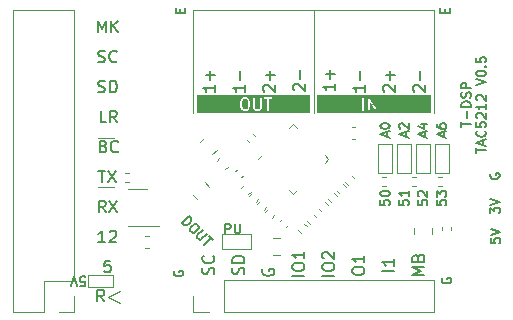
<source format=gbr>
%TF.GenerationSoftware,KiCad,Pcbnew,8.0.7*%
%TF.CreationDate,2024-12-23T21:08:15-05:00*%
%TF.ProjectId,tac5212_audio_board_single_ended,74616335-3231-4325-9f61-7564696f5f62,rev?*%
%TF.SameCoordinates,Original*%
%TF.FileFunction,Legend,Top*%
%TF.FilePolarity,Positive*%
%FSLAX46Y46*%
G04 Gerber Fmt 4.6, Leading zero omitted, Abs format (unit mm)*
G04 Created by KiCad (PCBNEW 8.0.7) date 2024-12-23 21:08:15*
%MOMM*%
%LPD*%
G01*
G04 APERTURE LIST*
%ADD10C,0.200000*%
%ADD11C,0.150000*%
%ADD12C,0.120000*%
%ADD13C,0.100000*%
G04 APERTURE END LIST*
D10*
X123427695Y-108304761D02*
X123427695Y-107847618D01*
X124227695Y-108076190D02*
X123427695Y-108076190D01*
X123922933Y-107580951D02*
X123922933Y-106971428D01*
X124227695Y-106590475D02*
X123427695Y-106590475D01*
X123427695Y-106590475D02*
X123427695Y-106399999D01*
X123427695Y-106399999D02*
X123465790Y-106285713D01*
X123465790Y-106285713D02*
X123541980Y-106209523D01*
X123541980Y-106209523D02*
X123618171Y-106171428D01*
X123618171Y-106171428D02*
X123770552Y-106133332D01*
X123770552Y-106133332D02*
X123884838Y-106133332D01*
X123884838Y-106133332D02*
X124037219Y-106171428D01*
X124037219Y-106171428D02*
X124113409Y-106209523D01*
X124113409Y-106209523D02*
X124189600Y-106285713D01*
X124189600Y-106285713D02*
X124227695Y-106399999D01*
X124227695Y-106399999D02*
X124227695Y-106590475D01*
X124189600Y-105828571D02*
X124227695Y-105714285D01*
X124227695Y-105714285D02*
X124227695Y-105523809D01*
X124227695Y-105523809D02*
X124189600Y-105447618D01*
X124189600Y-105447618D02*
X124151504Y-105409523D01*
X124151504Y-105409523D02*
X124075314Y-105371428D01*
X124075314Y-105371428D02*
X123999123Y-105371428D01*
X123999123Y-105371428D02*
X123922933Y-105409523D01*
X123922933Y-105409523D02*
X123884838Y-105447618D01*
X123884838Y-105447618D02*
X123846742Y-105523809D01*
X123846742Y-105523809D02*
X123808647Y-105676190D01*
X123808647Y-105676190D02*
X123770552Y-105752380D01*
X123770552Y-105752380D02*
X123732457Y-105790475D01*
X123732457Y-105790475D02*
X123656266Y-105828571D01*
X123656266Y-105828571D02*
X123580076Y-105828571D01*
X123580076Y-105828571D02*
X123503885Y-105790475D01*
X123503885Y-105790475D02*
X123465790Y-105752380D01*
X123465790Y-105752380D02*
X123427695Y-105676190D01*
X123427695Y-105676190D02*
X123427695Y-105485713D01*
X123427695Y-105485713D02*
X123465790Y-105371428D01*
X124227695Y-105028570D02*
X123427695Y-105028570D01*
X123427695Y-105028570D02*
X123427695Y-104723808D01*
X123427695Y-104723808D02*
X123465790Y-104647618D01*
X123465790Y-104647618D02*
X123503885Y-104609523D01*
X123503885Y-104609523D02*
X123580076Y-104571427D01*
X123580076Y-104571427D02*
X123694361Y-104571427D01*
X123694361Y-104571427D02*
X123770552Y-104609523D01*
X123770552Y-104609523D02*
X123808647Y-104647618D01*
X123808647Y-104647618D02*
X123846742Y-104723808D01*
X123846742Y-104723808D02*
X123846742Y-105028570D01*
X124715650Y-110495238D02*
X124715650Y-110038095D01*
X125515650Y-110266667D02*
X124715650Y-110266667D01*
X125287078Y-109809524D02*
X125287078Y-109428571D01*
X125515650Y-109885714D02*
X124715650Y-109619047D01*
X124715650Y-109619047D02*
X125515650Y-109352381D01*
X125439459Y-108628571D02*
X125477555Y-108666667D01*
X125477555Y-108666667D02*
X125515650Y-108780952D01*
X125515650Y-108780952D02*
X125515650Y-108857143D01*
X125515650Y-108857143D02*
X125477555Y-108971429D01*
X125477555Y-108971429D02*
X125401364Y-109047619D01*
X125401364Y-109047619D02*
X125325174Y-109085714D01*
X125325174Y-109085714D02*
X125172793Y-109123810D01*
X125172793Y-109123810D02*
X125058507Y-109123810D01*
X125058507Y-109123810D02*
X124906126Y-109085714D01*
X124906126Y-109085714D02*
X124829935Y-109047619D01*
X124829935Y-109047619D02*
X124753745Y-108971429D01*
X124753745Y-108971429D02*
X124715650Y-108857143D01*
X124715650Y-108857143D02*
X124715650Y-108780952D01*
X124715650Y-108780952D02*
X124753745Y-108666667D01*
X124753745Y-108666667D02*
X124791840Y-108628571D01*
X124715650Y-107904762D02*
X124715650Y-108285714D01*
X124715650Y-108285714D02*
X125096602Y-108323810D01*
X125096602Y-108323810D02*
X125058507Y-108285714D01*
X125058507Y-108285714D02*
X125020412Y-108209524D01*
X125020412Y-108209524D02*
X125020412Y-108019048D01*
X125020412Y-108019048D02*
X125058507Y-107942857D01*
X125058507Y-107942857D02*
X125096602Y-107904762D01*
X125096602Y-107904762D02*
X125172793Y-107866667D01*
X125172793Y-107866667D02*
X125363269Y-107866667D01*
X125363269Y-107866667D02*
X125439459Y-107904762D01*
X125439459Y-107904762D02*
X125477555Y-107942857D01*
X125477555Y-107942857D02*
X125515650Y-108019048D01*
X125515650Y-108019048D02*
X125515650Y-108209524D01*
X125515650Y-108209524D02*
X125477555Y-108285714D01*
X125477555Y-108285714D02*
X125439459Y-108323810D01*
X124791840Y-107561905D02*
X124753745Y-107523809D01*
X124753745Y-107523809D02*
X124715650Y-107447619D01*
X124715650Y-107447619D02*
X124715650Y-107257143D01*
X124715650Y-107257143D02*
X124753745Y-107180952D01*
X124753745Y-107180952D02*
X124791840Y-107142857D01*
X124791840Y-107142857D02*
X124868031Y-107104762D01*
X124868031Y-107104762D02*
X124944221Y-107104762D01*
X124944221Y-107104762D02*
X125058507Y-107142857D01*
X125058507Y-107142857D02*
X125515650Y-107600000D01*
X125515650Y-107600000D02*
X125515650Y-107104762D01*
X125515650Y-106342857D02*
X125515650Y-106800000D01*
X125515650Y-106571428D02*
X124715650Y-106571428D01*
X124715650Y-106571428D02*
X124829935Y-106647619D01*
X124829935Y-106647619D02*
X124906126Y-106723809D01*
X124906126Y-106723809D02*
X124944221Y-106800000D01*
X124791840Y-106038095D02*
X124753745Y-105999999D01*
X124753745Y-105999999D02*
X124715650Y-105923809D01*
X124715650Y-105923809D02*
X124715650Y-105733333D01*
X124715650Y-105733333D02*
X124753745Y-105657142D01*
X124753745Y-105657142D02*
X124791840Y-105619047D01*
X124791840Y-105619047D02*
X124868031Y-105580952D01*
X124868031Y-105580952D02*
X124944221Y-105580952D01*
X124944221Y-105580952D02*
X125058507Y-105619047D01*
X125058507Y-105619047D02*
X125515650Y-106076190D01*
X125515650Y-106076190D02*
X125515650Y-105580952D01*
X124715650Y-104742856D02*
X125515650Y-104476189D01*
X125515650Y-104476189D02*
X124715650Y-104209523D01*
X124715650Y-103790475D02*
X124715650Y-103714285D01*
X124715650Y-103714285D02*
X124753745Y-103638094D01*
X124753745Y-103638094D02*
X124791840Y-103599999D01*
X124791840Y-103599999D02*
X124868031Y-103561904D01*
X124868031Y-103561904D02*
X125020412Y-103523809D01*
X125020412Y-103523809D02*
X125210888Y-103523809D01*
X125210888Y-103523809D02*
X125363269Y-103561904D01*
X125363269Y-103561904D02*
X125439459Y-103599999D01*
X125439459Y-103599999D02*
X125477555Y-103638094D01*
X125477555Y-103638094D02*
X125515650Y-103714285D01*
X125515650Y-103714285D02*
X125515650Y-103790475D01*
X125515650Y-103790475D02*
X125477555Y-103866666D01*
X125477555Y-103866666D02*
X125439459Y-103904761D01*
X125439459Y-103904761D02*
X125363269Y-103942856D01*
X125363269Y-103942856D02*
X125210888Y-103980952D01*
X125210888Y-103980952D02*
X125020412Y-103980952D01*
X125020412Y-103980952D02*
X124868031Y-103942856D01*
X124868031Y-103942856D02*
X124791840Y-103904761D01*
X124791840Y-103904761D02*
X124753745Y-103866666D01*
X124753745Y-103866666D02*
X124715650Y-103790475D01*
X125439459Y-103180951D02*
X125477555Y-103142856D01*
X125477555Y-103142856D02*
X125515650Y-103180951D01*
X125515650Y-103180951D02*
X125477555Y-103219047D01*
X125477555Y-103219047D02*
X125439459Y-103180951D01*
X125439459Y-103180951D02*
X125515650Y-103180951D01*
X124715650Y-102419047D02*
X124715650Y-102799999D01*
X124715650Y-102799999D02*
X125096602Y-102838095D01*
X125096602Y-102838095D02*
X125058507Y-102799999D01*
X125058507Y-102799999D02*
X125020412Y-102723809D01*
X125020412Y-102723809D02*
X125020412Y-102533333D01*
X125020412Y-102533333D02*
X125058507Y-102457142D01*
X125058507Y-102457142D02*
X125096602Y-102419047D01*
X125096602Y-102419047D02*
X125172793Y-102380952D01*
X125172793Y-102380952D02*
X125363269Y-102380952D01*
X125363269Y-102380952D02*
X125439459Y-102419047D01*
X125439459Y-102419047D02*
X125477555Y-102457142D01*
X125477555Y-102457142D02*
X125515650Y-102533333D01*
X125515650Y-102533333D02*
X125515650Y-102723809D01*
X125515650Y-102723809D02*
X125477555Y-102799999D01*
X125477555Y-102799999D02*
X125439459Y-102838095D01*
D11*
X114207319Y-120571428D02*
X114207319Y-120380952D01*
X114207319Y-120380952D02*
X114254938Y-120285714D01*
X114254938Y-120285714D02*
X114350176Y-120190476D01*
X114350176Y-120190476D02*
X114540652Y-120142857D01*
X114540652Y-120142857D02*
X114873985Y-120142857D01*
X114873985Y-120142857D02*
X115064461Y-120190476D01*
X115064461Y-120190476D02*
X115159700Y-120285714D01*
X115159700Y-120285714D02*
X115207319Y-120380952D01*
X115207319Y-120380952D02*
X115207319Y-120571428D01*
X115207319Y-120571428D02*
X115159700Y-120666666D01*
X115159700Y-120666666D02*
X115064461Y-120761904D01*
X115064461Y-120761904D02*
X114873985Y-120809523D01*
X114873985Y-120809523D02*
X114540652Y-120809523D01*
X114540652Y-120809523D02*
X114350176Y-120761904D01*
X114350176Y-120761904D02*
X114254938Y-120666666D01*
X114254938Y-120666666D02*
X114207319Y-120571428D01*
X115207319Y-119190476D02*
X115207319Y-119761904D01*
X115207319Y-119476190D02*
X114207319Y-119476190D01*
X114207319Y-119476190D02*
X114350176Y-119571428D01*
X114350176Y-119571428D02*
X114445414Y-119666666D01*
X114445414Y-119666666D02*
X114493033Y-119761904D01*
X119442557Y-105304761D02*
X119394938Y-105257142D01*
X119394938Y-105257142D02*
X119347319Y-105161904D01*
X119347319Y-105161904D02*
X119347319Y-104923809D01*
X119347319Y-104923809D02*
X119394938Y-104828571D01*
X119394938Y-104828571D02*
X119442557Y-104780952D01*
X119442557Y-104780952D02*
X119537795Y-104733333D01*
X119537795Y-104733333D02*
X119633033Y-104733333D01*
X119633033Y-104733333D02*
X119775890Y-104780952D01*
X119775890Y-104780952D02*
X120347319Y-105352380D01*
X120347319Y-105352380D02*
X120347319Y-104733333D01*
X119966366Y-104304761D02*
X119966366Y-103542857D01*
X109282557Y-105209761D02*
X109234938Y-105162142D01*
X109234938Y-105162142D02*
X109187319Y-105066904D01*
X109187319Y-105066904D02*
X109187319Y-104828809D01*
X109187319Y-104828809D02*
X109234938Y-104733571D01*
X109234938Y-104733571D02*
X109282557Y-104685952D01*
X109282557Y-104685952D02*
X109377795Y-104638333D01*
X109377795Y-104638333D02*
X109473033Y-104638333D01*
X109473033Y-104638333D02*
X109615890Y-104685952D01*
X109615890Y-104685952D02*
X110187319Y-105257380D01*
X110187319Y-105257380D02*
X110187319Y-104638333D01*
X109806366Y-104209761D02*
X109806366Y-103447857D01*
X102459700Y-120785713D02*
X102507319Y-120642856D01*
X102507319Y-120642856D02*
X102507319Y-120404761D01*
X102507319Y-120404761D02*
X102459700Y-120309523D01*
X102459700Y-120309523D02*
X102412080Y-120261904D01*
X102412080Y-120261904D02*
X102316842Y-120214285D01*
X102316842Y-120214285D02*
X102221604Y-120214285D01*
X102221604Y-120214285D02*
X102126366Y-120261904D01*
X102126366Y-120261904D02*
X102078747Y-120309523D01*
X102078747Y-120309523D02*
X102031128Y-120404761D01*
X102031128Y-120404761D02*
X101983509Y-120595237D01*
X101983509Y-120595237D02*
X101935890Y-120690475D01*
X101935890Y-120690475D02*
X101888271Y-120738094D01*
X101888271Y-120738094D02*
X101793033Y-120785713D01*
X101793033Y-120785713D02*
X101697795Y-120785713D01*
X101697795Y-120785713D02*
X101602557Y-120738094D01*
X101602557Y-120738094D02*
X101554938Y-120690475D01*
X101554938Y-120690475D02*
X101507319Y-120595237D01*
X101507319Y-120595237D02*
X101507319Y-120357142D01*
X101507319Y-120357142D02*
X101554938Y-120214285D01*
X102412080Y-119214285D02*
X102459700Y-119261904D01*
X102459700Y-119261904D02*
X102507319Y-119404761D01*
X102507319Y-119404761D02*
X102507319Y-119499999D01*
X102507319Y-119499999D02*
X102459700Y-119642856D01*
X102459700Y-119642856D02*
X102364461Y-119738094D01*
X102364461Y-119738094D02*
X102269223Y-119785713D01*
X102269223Y-119785713D02*
X102078747Y-119833332D01*
X102078747Y-119833332D02*
X101935890Y-119833332D01*
X101935890Y-119833332D02*
X101745414Y-119785713D01*
X101745414Y-119785713D02*
X101650176Y-119738094D01*
X101650176Y-119738094D02*
X101554938Y-119642856D01*
X101554938Y-119642856D02*
X101507319Y-119499999D01*
X101507319Y-119499999D02*
X101507319Y-119404761D01*
X101507319Y-119404761D02*
X101554938Y-119261904D01*
X101554938Y-119261904D02*
X101602557Y-119214285D01*
X93192023Y-123059819D02*
X92858690Y-122583628D01*
X92620595Y-123059819D02*
X92620595Y-122059819D01*
X92620595Y-122059819D02*
X93001547Y-122059819D01*
X93001547Y-122059819D02*
X93096785Y-122107438D01*
X93096785Y-122107438D02*
X93144404Y-122155057D01*
X93144404Y-122155057D02*
X93192023Y-122250295D01*
X93192023Y-122250295D02*
X93192023Y-122393152D01*
X93192023Y-122393152D02*
X93144404Y-122488390D01*
X93144404Y-122488390D02*
X93096785Y-122536009D01*
X93096785Y-122536009D02*
X93001547Y-122583628D01*
X93001547Y-122583628D02*
X92620595Y-122583628D01*
X105107319Y-104733333D02*
X105107319Y-105304761D01*
X105107319Y-105019047D02*
X104107319Y-105019047D01*
X104107319Y-105019047D02*
X104250176Y-105114285D01*
X104250176Y-105114285D02*
X104345414Y-105209523D01*
X104345414Y-105209523D02*
X104393033Y-105304761D01*
X104726366Y-104304761D02*
X104726366Y-103542857D01*
X125884795Y-115614523D02*
X125884795Y-115119285D01*
X125884795Y-115119285D02*
X126189557Y-115385951D01*
X126189557Y-115385951D02*
X126189557Y-115271666D01*
X126189557Y-115271666D02*
X126227652Y-115195475D01*
X126227652Y-115195475D02*
X126265747Y-115157380D01*
X126265747Y-115157380D02*
X126341938Y-115119285D01*
X126341938Y-115119285D02*
X126532414Y-115119285D01*
X126532414Y-115119285D02*
X126608604Y-115157380D01*
X126608604Y-115157380D02*
X126646700Y-115195475D01*
X126646700Y-115195475D02*
X126684795Y-115271666D01*
X126684795Y-115271666D02*
X126684795Y-115500237D01*
X126684795Y-115500237D02*
X126646700Y-115576428D01*
X126646700Y-115576428D02*
X126608604Y-115614523D01*
X125884795Y-114890713D02*
X126684795Y-114624046D01*
X126684795Y-114624046D02*
X125884795Y-114357380D01*
X115267319Y-104733333D02*
X115267319Y-105304761D01*
X115267319Y-105019047D02*
X114267319Y-105019047D01*
X114267319Y-105019047D02*
X114410176Y-105114285D01*
X114410176Y-105114285D02*
X114505414Y-105209523D01*
X114505414Y-105209523D02*
X114553033Y-105304761D01*
X114886366Y-104304761D02*
X114886366Y-103542857D01*
X125907890Y-112270476D02*
X125869795Y-112346666D01*
X125869795Y-112346666D02*
X125869795Y-112460952D01*
X125869795Y-112460952D02*
X125907890Y-112575238D01*
X125907890Y-112575238D02*
X125984080Y-112651428D01*
X125984080Y-112651428D02*
X126060271Y-112689523D01*
X126060271Y-112689523D02*
X126212652Y-112727619D01*
X126212652Y-112727619D02*
X126326938Y-112727619D01*
X126326938Y-112727619D02*
X126479319Y-112689523D01*
X126479319Y-112689523D02*
X126555509Y-112651428D01*
X126555509Y-112651428D02*
X126631700Y-112575238D01*
X126631700Y-112575238D02*
X126669795Y-112460952D01*
X126669795Y-112460952D02*
X126669795Y-112384761D01*
X126669795Y-112384761D02*
X126631700Y-112270476D01*
X126631700Y-112270476D02*
X126593604Y-112232380D01*
X126593604Y-112232380D02*
X126326938Y-112232380D01*
X126326938Y-112232380D02*
X126326938Y-112384761D01*
G36*
X105273787Y-105969077D02*
G01*
X105345729Y-106041019D01*
X105386071Y-106202386D01*
X105386071Y-106517251D01*
X105345729Y-106678617D01*
X105273786Y-106750561D01*
X105205271Y-106784819D01*
X105050205Y-106784819D01*
X104981689Y-106750561D01*
X104909746Y-106678617D01*
X104869405Y-106517251D01*
X104869405Y-106202386D01*
X104909746Y-106041019D01*
X104981689Y-105969077D01*
X105050205Y-105934819D01*
X105205271Y-105934819D01*
X105273787Y-105969077D01*
G37*
G36*
X107550503Y-107045930D02*
G01*
X104608294Y-107045930D01*
X104608294Y-106193152D01*
X104719405Y-106193152D01*
X104719405Y-106526485D01*
X104719656Y-106529038D01*
X104719494Y-106530131D01*
X104720303Y-106535604D01*
X104720846Y-106541117D01*
X104721268Y-106542138D01*
X104721644Y-106544675D01*
X104769263Y-106735151D01*
X104774210Y-106748997D01*
X104777529Y-106753476D01*
X104779663Y-106758628D01*
X104788991Y-106769994D01*
X104884229Y-106865233D01*
X104889979Y-106869953D01*
X104891278Y-106871450D01*
X104893532Y-106872869D01*
X104895594Y-106874561D01*
X104897426Y-106875319D01*
X104903721Y-106879282D01*
X104998959Y-106926901D01*
X105012690Y-106932156D01*
X105015379Y-106932347D01*
X105017868Y-106933378D01*
X105032500Y-106934819D01*
X105222976Y-106934819D01*
X105237608Y-106933378D01*
X105240097Y-106932346D01*
X105242785Y-106932156D01*
X105256517Y-106926901D01*
X105351755Y-106879282D01*
X105358054Y-106875317D01*
X105359882Y-106874560D01*
X105361938Y-106872871D01*
X105364198Y-106871450D01*
X105365497Y-106869951D01*
X105371247Y-106865233D01*
X105466486Y-106769993D01*
X105475813Y-106758628D01*
X105477946Y-106753476D01*
X105481266Y-106748997D01*
X105486213Y-106735151D01*
X105533832Y-106544675D01*
X105534207Y-106542138D01*
X105534630Y-106541117D01*
X105535172Y-106535604D01*
X105535982Y-106530131D01*
X105535819Y-106529038D01*
X105536071Y-106526485D01*
X105536071Y-106193152D01*
X105535819Y-106190598D01*
X105535982Y-106189506D01*
X105535172Y-106184032D01*
X105534630Y-106178520D01*
X105534207Y-106177498D01*
X105533832Y-106174962D01*
X105486213Y-105984486D01*
X105481266Y-105970640D01*
X105477947Y-105966161D01*
X105475813Y-105961008D01*
X105466485Y-105949643D01*
X105376661Y-105859819D01*
X105814643Y-105859819D01*
X105814643Y-106669342D01*
X105816084Y-106683974D01*
X105817115Y-106686463D01*
X105817306Y-106689151D01*
X105822561Y-106702883D01*
X105870180Y-106798121D01*
X105874143Y-106804417D01*
X105874901Y-106806247D01*
X105876590Y-106808305D01*
X105878012Y-106810564D01*
X105879510Y-106811863D01*
X105884228Y-106817612D01*
X105931847Y-106865232D01*
X105937596Y-106869950D01*
X105938897Y-106871450D01*
X105941156Y-106872872D01*
X105943213Y-106874560D01*
X105945040Y-106875317D01*
X105951340Y-106879282D01*
X106046578Y-106926901D01*
X106060309Y-106932156D01*
X106062998Y-106932347D01*
X106065487Y-106933378D01*
X106080119Y-106934819D01*
X106270595Y-106934819D01*
X106285227Y-106933378D01*
X106287716Y-106932346D01*
X106290404Y-106932156D01*
X106304136Y-106926901D01*
X106399374Y-106879282D01*
X106405673Y-106875317D01*
X106407501Y-106874560D01*
X106409557Y-106872872D01*
X106411817Y-106871450D01*
X106413117Y-106869950D01*
X106418867Y-106865232D01*
X106466485Y-106817613D01*
X106471203Y-106811863D01*
X106472702Y-106810564D01*
X106474123Y-106808305D01*
X106475813Y-106806247D01*
X106476570Y-106804417D01*
X106480534Y-106798121D01*
X106528153Y-106702883D01*
X106533408Y-106689152D01*
X106533599Y-106686462D01*
X106534630Y-106683974D01*
X106536071Y-106669342D01*
X106536071Y-105859819D01*
X106534630Y-105845187D01*
X106720846Y-105845187D01*
X106720846Y-105874451D01*
X106732045Y-105901487D01*
X106752737Y-105922179D01*
X106779773Y-105933378D01*
X106794405Y-105934819D01*
X107005119Y-105934819D01*
X107005119Y-106859819D01*
X107006560Y-106874451D01*
X107017759Y-106901487D01*
X107038451Y-106922179D01*
X107065487Y-106933378D01*
X107094751Y-106933378D01*
X107121787Y-106922179D01*
X107142479Y-106901487D01*
X107153678Y-106874451D01*
X107155119Y-106859819D01*
X107155119Y-105934819D01*
X107365833Y-105934819D01*
X107380465Y-105933378D01*
X107407501Y-105922179D01*
X107428193Y-105901487D01*
X107439392Y-105874451D01*
X107439392Y-105845187D01*
X107428193Y-105818151D01*
X107407501Y-105797459D01*
X107380465Y-105786260D01*
X107365833Y-105784819D01*
X106794405Y-105784819D01*
X106779773Y-105786260D01*
X106752737Y-105797459D01*
X106732045Y-105818151D01*
X106720846Y-105845187D01*
X106534630Y-105845187D01*
X106523431Y-105818151D01*
X106502739Y-105797459D01*
X106475703Y-105786260D01*
X106446439Y-105786260D01*
X106419403Y-105797459D01*
X106398711Y-105818151D01*
X106387512Y-105845187D01*
X106386071Y-105859819D01*
X106386071Y-106651637D01*
X106351812Y-106720153D01*
X106321405Y-106750561D01*
X106252890Y-106784819D01*
X106097824Y-106784819D01*
X106029308Y-106750561D01*
X105998901Y-106720153D01*
X105964643Y-106651637D01*
X105964643Y-105859819D01*
X105963202Y-105845187D01*
X105952003Y-105818151D01*
X105931311Y-105797459D01*
X105904275Y-105786260D01*
X105875011Y-105786260D01*
X105847975Y-105797459D01*
X105827283Y-105818151D01*
X105816084Y-105845187D01*
X105814643Y-105859819D01*
X105376661Y-105859819D01*
X105371247Y-105854405D01*
X105365497Y-105849686D01*
X105364198Y-105848188D01*
X105361938Y-105846766D01*
X105359882Y-105845078D01*
X105358054Y-105844320D01*
X105351755Y-105840356D01*
X105256517Y-105792737D01*
X105242785Y-105787482D01*
X105240097Y-105787291D01*
X105237608Y-105786260D01*
X105222976Y-105784819D01*
X105032500Y-105784819D01*
X105017868Y-105786260D01*
X105015379Y-105787290D01*
X105012690Y-105787482D01*
X104998959Y-105792737D01*
X104903721Y-105840356D01*
X104897426Y-105844318D01*
X104895594Y-105845077D01*
X104893532Y-105846768D01*
X104891278Y-105848188D01*
X104889979Y-105849684D01*
X104884229Y-105854405D01*
X104788991Y-105949643D01*
X104779664Y-105961008D01*
X104777530Y-105966158D01*
X104774210Y-105970640D01*
X104769263Y-105984486D01*
X104721644Y-106174962D01*
X104721268Y-106177498D01*
X104720846Y-106178520D01*
X104720303Y-106184032D01*
X104719494Y-106189506D01*
X104719656Y-106190598D01*
X104719405Y-106193152D01*
X104608294Y-106193152D01*
X104608294Y-105673708D01*
X107550503Y-105673708D01*
X107550503Y-107045930D01*
G37*
X112727319Y-104638333D02*
X112727319Y-105209761D01*
X112727319Y-104924047D02*
X111727319Y-104924047D01*
X111727319Y-104924047D02*
X111870176Y-105019285D01*
X111870176Y-105019285D02*
X111965414Y-105114523D01*
X111965414Y-105114523D02*
X112013033Y-105209761D01*
X112346366Y-104209761D02*
X112346366Y-103447857D01*
X112727319Y-103828809D02*
X111965414Y-103828809D01*
X93138928Y-109921009D02*
X93281785Y-109968628D01*
X93281785Y-109968628D02*
X93329404Y-110016247D01*
X93329404Y-110016247D02*
X93377023Y-110111485D01*
X93377023Y-110111485D02*
X93377023Y-110254342D01*
X93377023Y-110254342D02*
X93329404Y-110349580D01*
X93329404Y-110349580D02*
X93281785Y-110397200D01*
X93281785Y-110397200D02*
X93186547Y-110444819D01*
X93186547Y-110444819D02*
X92805595Y-110444819D01*
X92805595Y-110444819D02*
X92805595Y-109444819D01*
X92805595Y-109444819D02*
X93138928Y-109444819D01*
X93138928Y-109444819D02*
X93234166Y-109492438D01*
X93234166Y-109492438D02*
X93281785Y-109540057D01*
X93281785Y-109540057D02*
X93329404Y-109635295D01*
X93329404Y-109635295D02*
X93329404Y-109730533D01*
X93329404Y-109730533D02*
X93281785Y-109825771D01*
X93281785Y-109825771D02*
X93234166Y-109873390D01*
X93234166Y-109873390D02*
X93138928Y-109921009D01*
X93138928Y-109921009D02*
X92805595Y-109921009D01*
X94377023Y-110349580D02*
X94329404Y-110397200D01*
X94329404Y-110397200D02*
X94186547Y-110444819D01*
X94186547Y-110444819D02*
X94091309Y-110444819D01*
X94091309Y-110444819D02*
X93948452Y-110397200D01*
X93948452Y-110397200D02*
X93853214Y-110301961D01*
X93853214Y-110301961D02*
X93805595Y-110206723D01*
X93805595Y-110206723D02*
X93757976Y-110016247D01*
X93757976Y-110016247D02*
X93757976Y-109873390D01*
X93757976Y-109873390D02*
X93805595Y-109682914D01*
X93805595Y-109682914D02*
X93853214Y-109587676D01*
X93853214Y-109587676D02*
X93948452Y-109492438D01*
X93948452Y-109492438D02*
X94091309Y-109444819D01*
X94091309Y-109444819D02*
X94186547Y-109444819D01*
X94186547Y-109444819D02*
X94329404Y-109492438D01*
X94329404Y-109492438D02*
X94377023Y-109540057D01*
X93305833Y-115524819D02*
X92972500Y-115048628D01*
X92734405Y-115524819D02*
X92734405Y-114524819D01*
X92734405Y-114524819D02*
X93115357Y-114524819D01*
X93115357Y-114524819D02*
X93210595Y-114572438D01*
X93210595Y-114572438D02*
X93258214Y-114620057D01*
X93258214Y-114620057D02*
X93305833Y-114715295D01*
X93305833Y-114715295D02*
X93305833Y-114858152D01*
X93305833Y-114858152D02*
X93258214Y-114953390D01*
X93258214Y-114953390D02*
X93210595Y-115001009D01*
X93210595Y-115001009D02*
X93115357Y-115048628D01*
X93115357Y-115048628D02*
X92734405Y-115048628D01*
X93639167Y-114524819D02*
X94305833Y-115524819D01*
X94305833Y-114524819D02*
X93639167Y-115524819D01*
X92710595Y-111984819D02*
X93282023Y-111984819D01*
X92996309Y-112984819D02*
X92996309Y-111984819D01*
X93520119Y-111984819D02*
X94186785Y-112984819D01*
X94186785Y-111984819D02*
X93520119Y-112984819D01*
X93377023Y-107904819D02*
X92900833Y-107904819D01*
X92900833Y-107904819D02*
X92900833Y-106904819D01*
X94281785Y-107904819D02*
X93948452Y-107428628D01*
X93710357Y-107904819D02*
X93710357Y-106904819D01*
X93710357Y-106904819D02*
X94091309Y-106904819D01*
X94091309Y-106904819D02*
X94186547Y-106952438D01*
X94186547Y-106952438D02*
X94234166Y-107000057D01*
X94234166Y-107000057D02*
X94281785Y-107095295D01*
X94281785Y-107095295D02*
X94281785Y-107238152D01*
X94281785Y-107238152D02*
X94234166Y-107333390D01*
X94234166Y-107333390D02*
X94186547Y-107381009D01*
X94186547Y-107381009D02*
X94091309Y-107428628D01*
X94091309Y-107428628D02*
X93710357Y-107428628D01*
G36*
X116342420Y-107045747D02*
G01*
X114922580Y-107045747D01*
X114922580Y-105859819D01*
X115033691Y-105859819D01*
X115033691Y-106859819D01*
X115035132Y-106874451D01*
X115046331Y-106901487D01*
X115067023Y-106922179D01*
X115094059Y-106933378D01*
X115123323Y-106933378D01*
X115150359Y-106922179D01*
X115171051Y-106901487D01*
X115182250Y-106874451D01*
X115183691Y-106859819D01*
X115183691Y-105859819D01*
X115509881Y-105859819D01*
X115509881Y-106859819D01*
X115511322Y-106874451D01*
X115522521Y-106901487D01*
X115543213Y-106922179D01*
X115570249Y-106933378D01*
X115599513Y-106933378D01*
X115626549Y-106922179D01*
X115647241Y-106901487D01*
X115658440Y-106874451D01*
X115659881Y-106859819D01*
X115659881Y-106142235D01*
X116091191Y-106897030D01*
X116093380Y-106900114D01*
X116093949Y-106901487D01*
X116095346Y-106902884D01*
X116099701Y-106909019D01*
X116107589Y-106915127D01*
X116114641Y-106922179D01*
X116119059Y-106924009D01*
X116122839Y-106926936D01*
X116132460Y-106929560D01*
X116141677Y-106933378D01*
X116146458Y-106933378D01*
X116151070Y-106934636D01*
X116160967Y-106933378D01*
X116170941Y-106933378D01*
X116175356Y-106931548D01*
X116180100Y-106930946D01*
X116188764Y-106925995D01*
X116197977Y-106922179D01*
X116201355Y-106918800D01*
X116205509Y-106916427D01*
X116211618Y-106908537D01*
X116218669Y-106901487D01*
X116220498Y-106897070D01*
X116223426Y-106893290D01*
X116226050Y-106883666D01*
X116229868Y-106874451D01*
X116230604Y-106866968D01*
X116231126Y-106865058D01*
X116230938Y-106863582D01*
X116231309Y-106859819D01*
X116231309Y-105859819D01*
X116229868Y-105845187D01*
X116218669Y-105818151D01*
X116197977Y-105797459D01*
X116170941Y-105786260D01*
X116141677Y-105786260D01*
X116114641Y-105797459D01*
X116093949Y-105818151D01*
X116082750Y-105845187D01*
X116081309Y-105859819D01*
X116081309Y-106577402D01*
X115649999Y-105822609D01*
X115647810Y-105819525D01*
X115647241Y-105818151D01*
X115645841Y-105816751D01*
X115641489Y-105810619D01*
X115633599Y-105804509D01*
X115626549Y-105797459D01*
X115622132Y-105795629D01*
X115618352Y-105792702D01*
X115608728Y-105790077D01*
X115599513Y-105786260D01*
X115594732Y-105786260D01*
X115590120Y-105785002D01*
X115580223Y-105786260D01*
X115570249Y-105786260D01*
X115565833Y-105788089D01*
X115561090Y-105788692D01*
X115552425Y-105793642D01*
X115543213Y-105797459D01*
X115539834Y-105800837D01*
X115535681Y-105803211D01*
X115529571Y-105811100D01*
X115522521Y-105818151D01*
X115520691Y-105822567D01*
X115517764Y-105826348D01*
X115515139Y-105835971D01*
X115511322Y-105845187D01*
X115510585Y-105852669D01*
X115510064Y-105854580D01*
X115510251Y-105856055D01*
X115509881Y-105859819D01*
X115183691Y-105859819D01*
X115182250Y-105845187D01*
X115171051Y-105818151D01*
X115150359Y-105797459D01*
X115123323Y-105786260D01*
X115094059Y-105786260D01*
X115067023Y-105797459D01*
X115046331Y-105818151D01*
X115035132Y-105845187D01*
X115033691Y-105859819D01*
X114922580Y-105859819D01*
X114922580Y-105673891D01*
X116342420Y-105673891D01*
X116342420Y-107045747D01*
G37*
X92686786Y-105317200D02*
X92829643Y-105364819D01*
X92829643Y-105364819D02*
X93067738Y-105364819D01*
X93067738Y-105364819D02*
X93162976Y-105317200D01*
X93162976Y-105317200D02*
X93210595Y-105269580D01*
X93210595Y-105269580D02*
X93258214Y-105174342D01*
X93258214Y-105174342D02*
X93258214Y-105079104D01*
X93258214Y-105079104D02*
X93210595Y-104983866D01*
X93210595Y-104983866D02*
X93162976Y-104936247D01*
X93162976Y-104936247D02*
X93067738Y-104888628D01*
X93067738Y-104888628D02*
X92877262Y-104841009D01*
X92877262Y-104841009D02*
X92782024Y-104793390D01*
X92782024Y-104793390D02*
X92734405Y-104745771D01*
X92734405Y-104745771D02*
X92686786Y-104650533D01*
X92686786Y-104650533D02*
X92686786Y-104555295D01*
X92686786Y-104555295D02*
X92734405Y-104460057D01*
X92734405Y-104460057D02*
X92782024Y-104412438D01*
X92782024Y-104412438D02*
X92877262Y-104364819D01*
X92877262Y-104364819D02*
X93115357Y-104364819D01*
X93115357Y-104364819D02*
X93258214Y-104412438D01*
X93686786Y-105364819D02*
X93686786Y-104364819D01*
X93686786Y-104364819D02*
X93924881Y-104364819D01*
X93924881Y-104364819D02*
X94067738Y-104412438D01*
X94067738Y-104412438D02*
X94162976Y-104507676D01*
X94162976Y-104507676D02*
X94210595Y-104602914D01*
X94210595Y-104602914D02*
X94258214Y-104793390D01*
X94258214Y-104793390D02*
X94258214Y-104936247D01*
X94258214Y-104936247D02*
X94210595Y-105126723D01*
X94210595Y-105126723D02*
X94162976Y-105221961D01*
X94162976Y-105221961D02*
X94067738Y-105317200D01*
X94067738Y-105317200D02*
X93924881Y-105364819D01*
X93924881Y-105364819D02*
X93686786Y-105364819D01*
X117747319Y-120476189D02*
X116747319Y-120476189D01*
X117747319Y-119476190D02*
X117747319Y-120047618D01*
X117747319Y-119761904D02*
X116747319Y-119761904D01*
X116747319Y-119761904D02*
X116890176Y-119857142D01*
X116890176Y-119857142D02*
X116985414Y-119952380D01*
X116985414Y-119952380D02*
X117033033Y-120047618D01*
X93710595Y-119604819D02*
X93234405Y-119604819D01*
X93234405Y-119604819D02*
X93186786Y-120081009D01*
X93186786Y-120081009D02*
X93234405Y-120033390D01*
X93234405Y-120033390D02*
X93329643Y-119985771D01*
X93329643Y-119985771D02*
X93567738Y-119985771D01*
X93567738Y-119985771D02*
X93662976Y-120033390D01*
X93662976Y-120033390D02*
X93710595Y-120081009D01*
X93710595Y-120081009D02*
X93758214Y-120176247D01*
X93758214Y-120176247D02*
X93758214Y-120414342D01*
X93758214Y-120414342D02*
X93710595Y-120509580D01*
X93710595Y-120509580D02*
X93662976Y-120557200D01*
X93662976Y-120557200D02*
X93567738Y-120604819D01*
X93567738Y-120604819D02*
X93329643Y-120604819D01*
X93329643Y-120604819D02*
X93234405Y-120557200D01*
X93234405Y-120557200D02*
X93186786Y-120509580D01*
X92639167Y-100284819D02*
X92639167Y-99284819D01*
X92639167Y-99284819D02*
X92972500Y-99999104D01*
X92972500Y-99999104D02*
X93305833Y-99284819D01*
X93305833Y-99284819D02*
X93305833Y-100284819D01*
X93782024Y-100284819D02*
X93782024Y-99284819D01*
X94353452Y-100284819D02*
X93924881Y-99713390D01*
X94353452Y-99284819D02*
X93782024Y-99856247D01*
X106634938Y-120338095D02*
X106587319Y-120433333D01*
X106587319Y-120433333D02*
X106587319Y-120576190D01*
X106587319Y-120576190D02*
X106634938Y-120719047D01*
X106634938Y-120719047D02*
X106730176Y-120814285D01*
X106730176Y-120814285D02*
X106825414Y-120861904D01*
X106825414Y-120861904D02*
X107015890Y-120909523D01*
X107015890Y-120909523D02*
X107158747Y-120909523D01*
X107158747Y-120909523D02*
X107349223Y-120861904D01*
X107349223Y-120861904D02*
X107444461Y-120814285D01*
X107444461Y-120814285D02*
X107539700Y-120719047D01*
X107539700Y-120719047D02*
X107587319Y-120576190D01*
X107587319Y-120576190D02*
X107587319Y-120480952D01*
X107587319Y-120480952D02*
X107539700Y-120338095D01*
X107539700Y-120338095D02*
X107492080Y-120290476D01*
X107492080Y-120290476D02*
X107158747Y-120290476D01*
X107158747Y-120290476D02*
X107158747Y-120480952D01*
X104999700Y-120785713D02*
X105047319Y-120642856D01*
X105047319Y-120642856D02*
X105047319Y-120404761D01*
X105047319Y-120404761D02*
X104999700Y-120309523D01*
X104999700Y-120309523D02*
X104952080Y-120261904D01*
X104952080Y-120261904D02*
X104856842Y-120214285D01*
X104856842Y-120214285D02*
X104761604Y-120214285D01*
X104761604Y-120214285D02*
X104666366Y-120261904D01*
X104666366Y-120261904D02*
X104618747Y-120309523D01*
X104618747Y-120309523D02*
X104571128Y-120404761D01*
X104571128Y-120404761D02*
X104523509Y-120595237D01*
X104523509Y-120595237D02*
X104475890Y-120690475D01*
X104475890Y-120690475D02*
X104428271Y-120738094D01*
X104428271Y-120738094D02*
X104333033Y-120785713D01*
X104333033Y-120785713D02*
X104237795Y-120785713D01*
X104237795Y-120785713D02*
X104142557Y-120738094D01*
X104142557Y-120738094D02*
X104094938Y-120690475D01*
X104094938Y-120690475D02*
X104047319Y-120595237D01*
X104047319Y-120595237D02*
X104047319Y-120357142D01*
X104047319Y-120357142D02*
X104094938Y-120214285D01*
X105047319Y-119785713D02*
X104047319Y-119785713D01*
X104047319Y-119785713D02*
X104047319Y-119547618D01*
X104047319Y-119547618D02*
X104094938Y-119404761D01*
X104094938Y-119404761D02*
X104190176Y-119309523D01*
X104190176Y-119309523D02*
X104285414Y-119261904D01*
X104285414Y-119261904D02*
X104475890Y-119214285D01*
X104475890Y-119214285D02*
X104618747Y-119214285D01*
X104618747Y-119214285D02*
X104809223Y-119261904D01*
X104809223Y-119261904D02*
X104904461Y-119309523D01*
X104904461Y-119309523D02*
X104999700Y-119404761D01*
X104999700Y-119404761D02*
X105047319Y-119547618D01*
X105047319Y-119547618D02*
X105047319Y-119785713D01*
X125914795Y-117707380D02*
X125914795Y-118088332D01*
X125914795Y-118088332D02*
X126295747Y-118126428D01*
X126295747Y-118126428D02*
X126257652Y-118088332D01*
X126257652Y-118088332D02*
X126219557Y-118012142D01*
X126219557Y-118012142D02*
X126219557Y-117821666D01*
X126219557Y-117821666D02*
X126257652Y-117745475D01*
X126257652Y-117745475D02*
X126295747Y-117707380D01*
X126295747Y-117707380D02*
X126371938Y-117669285D01*
X126371938Y-117669285D02*
X126562414Y-117669285D01*
X126562414Y-117669285D02*
X126638604Y-117707380D01*
X126638604Y-117707380D02*
X126676700Y-117745475D01*
X126676700Y-117745475D02*
X126714795Y-117821666D01*
X126714795Y-117821666D02*
X126714795Y-118012142D01*
X126714795Y-118012142D02*
X126676700Y-118088332D01*
X126676700Y-118088332D02*
X126638604Y-118126428D01*
X125914795Y-117440713D02*
X126714795Y-117174046D01*
X126714795Y-117174046D02*
X125914795Y-116907380D01*
X106742557Y-105304761D02*
X106694938Y-105257142D01*
X106694938Y-105257142D02*
X106647319Y-105161904D01*
X106647319Y-105161904D02*
X106647319Y-104923809D01*
X106647319Y-104923809D02*
X106694938Y-104828571D01*
X106694938Y-104828571D02*
X106742557Y-104780952D01*
X106742557Y-104780952D02*
X106837795Y-104733333D01*
X106837795Y-104733333D02*
X106933033Y-104733333D01*
X106933033Y-104733333D02*
X107075890Y-104780952D01*
X107075890Y-104780952D02*
X107647319Y-105352380D01*
X107647319Y-105352380D02*
X107647319Y-104733333D01*
X107266366Y-104304761D02*
X107266366Y-103542857D01*
X107647319Y-103923809D02*
X106885414Y-103923809D01*
X112667319Y-120904999D02*
X111667319Y-120904999D01*
X111667319Y-120238333D02*
X111667319Y-120047857D01*
X111667319Y-120047857D02*
X111714938Y-119952619D01*
X111714938Y-119952619D02*
X111810176Y-119857381D01*
X111810176Y-119857381D02*
X112000652Y-119809762D01*
X112000652Y-119809762D02*
X112333985Y-119809762D01*
X112333985Y-119809762D02*
X112524461Y-119857381D01*
X112524461Y-119857381D02*
X112619700Y-119952619D01*
X112619700Y-119952619D02*
X112667319Y-120047857D01*
X112667319Y-120047857D02*
X112667319Y-120238333D01*
X112667319Y-120238333D02*
X112619700Y-120333571D01*
X112619700Y-120333571D02*
X112524461Y-120428809D01*
X112524461Y-120428809D02*
X112333985Y-120476428D01*
X112333985Y-120476428D02*
X112000652Y-120476428D01*
X112000652Y-120476428D02*
X111810176Y-120428809D01*
X111810176Y-120428809D02*
X111714938Y-120333571D01*
X111714938Y-120333571D02*
X111667319Y-120238333D01*
X111762557Y-119428809D02*
X111714938Y-119381190D01*
X111714938Y-119381190D02*
X111667319Y-119285952D01*
X111667319Y-119285952D02*
X111667319Y-119047857D01*
X111667319Y-119047857D02*
X111714938Y-118952619D01*
X111714938Y-118952619D02*
X111762557Y-118905000D01*
X111762557Y-118905000D02*
X111857795Y-118857381D01*
X111857795Y-118857381D02*
X111953033Y-118857381D01*
X111953033Y-118857381D02*
X112095890Y-118905000D01*
X112095890Y-118905000D02*
X112667319Y-119476428D01*
X112667319Y-119476428D02*
X112667319Y-118857381D01*
X110127319Y-120904999D02*
X109127319Y-120904999D01*
X109127319Y-120238333D02*
X109127319Y-120047857D01*
X109127319Y-120047857D02*
X109174938Y-119952619D01*
X109174938Y-119952619D02*
X109270176Y-119857381D01*
X109270176Y-119857381D02*
X109460652Y-119809762D01*
X109460652Y-119809762D02*
X109793985Y-119809762D01*
X109793985Y-119809762D02*
X109984461Y-119857381D01*
X109984461Y-119857381D02*
X110079700Y-119952619D01*
X110079700Y-119952619D02*
X110127319Y-120047857D01*
X110127319Y-120047857D02*
X110127319Y-120238333D01*
X110127319Y-120238333D02*
X110079700Y-120333571D01*
X110079700Y-120333571D02*
X109984461Y-120428809D01*
X109984461Y-120428809D02*
X109793985Y-120476428D01*
X109793985Y-120476428D02*
X109460652Y-120476428D01*
X109460652Y-120476428D02*
X109270176Y-120428809D01*
X109270176Y-120428809D02*
X109174938Y-120333571D01*
X109174938Y-120333571D02*
X109127319Y-120238333D01*
X110127319Y-118857381D02*
X110127319Y-119428809D01*
X110127319Y-119143095D02*
X109127319Y-119143095D01*
X109127319Y-119143095D02*
X109270176Y-119238333D01*
X109270176Y-119238333D02*
X109365414Y-119333571D01*
X109365414Y-119333571D02*
X109413033Y-119428809D01*
X102567319Y-104733333D02*
X102567319Y-105304761D01*
X102567319Y-105019047D02*
X101567319Y-105019047D01*
X101567319Y-105019047D02*
X101710176Y-105114285D01*
X101710176Y-105114285D02*
X101805414Y-105209523D01*
X101805414Y-105209523D02*
X101853033Y-105304761D01*
X102186366Y-104304761D02*
X102186366Y-103542857D01*
X102567319Y-103923809D02*
X101805414Y-103923809D01*
X93282023Y-118064819D02*
X92710595Y-118064819D01*
X92996309Y-118064819D02*
X92996309Y-117064819D01*
X92996309Y-117064819D02*
X92901071Y-117207676D01*
X92901071Y-117207676D02*
X92805833Y-117302914D01*
X92805833Y-117302914D02*
X92710595Y-117350533D01*
X93662976Y-117160057D02*
X93710595Y-117112438D01*
X93710595Y-117112438D02*
X93805833Y-117064819D01*
X93805833Y-117064819D02*
X94043928Y-117064819D01*
X94043928Y-117064819D02*
X94139166Y-117112438D01*
X94139166Y-117112438D02*
X94186785Y-117160057D01*
X94186785Y-117160057D02*
X94234404Y-117255295D01*
X94234404Y-117255295D02*
X94234404Y-117350533D01*
X94234404Y-117350533D02*
X94186785Y-117493390D01*
X94186785Y-117493390D02*
X93615357Y-118064819D01*
X93615357Y-118064819D02*
X94234404Y-118064819D01*
X120287319Y-120833332D02*
X119287319Y-120833332D01*
X119287319Y-120833332D02*
X120001604Y-120499999D01*
X120001604Y-120499999D02*
X119287319Y-120166666D01*
X119287319Y-120166666D02*
X120287319Y-120166666D01*
X119763509Y-119357142D02*
X119811128Y-119214285D01*
X119811128Y-119214285D02*
X119858747Y-119166666D01*
X119858747Y-119166666D02*
X119953985Y-119119047D01*
X119953985Y-119119047D02*
X120096842Y-119119047D01*
X120096842Y-119119047D02*
X120192080Y-119166666D01*
X120192080Y-119166666D02*
X120239700Y-119214285D01*
X120239700Y-119214285D02*
X120287319Y-119309523D01*
X120287319Y-119309523D02*
X120287319Y-119690475D01*
X120287319Y-119690475D02*
X119287319Y-119690475D01*
X119287319Y-119690475D02*
X119287319Y-119357142D01*
X119287319Y-119357142D02*
X119334938Y-119261904D01*
X119334938Y-119261904D02*
X119382557Y-119214285D01*
X119382557Y-119214285D02*
X119477795Y-119166666D01*
X119477795Y-119166666D02*
X119573033Y-119166666D01*
X119573033Y-119166666D02*
X119668271Y-119214285D01*
X119668271Y-119214285D02*
X119715890Y-119261904D01*
X119715890Y-119261904D02*
X119763509Y-119357142D01*
X119763509Y-119357142D02*
X119763509Y-119690475D01*
X92686786Y-102777200D02*
X92829643Y-102824819D01*
X92829643Y-102824819D02*
X93067738Y-102824819D01*
X93067738Y-102824819D02*
X93162976Y-102777200D01*
X93162976Y-102777200D02*
X93210595Y-102729580D01*
X93210595Y-102729580D02*
X93258214Y-102634342D01*
X93258214Y-102634342D02*
X93258214Y-102539104D01*
X93258214Y-102539104D02*
X93210595Y-102443866D01*
X93210595Y-102443866D02*
X93162976Y-102396247D01*
X93162976Y-102396247D02*
X93067738Y-102348628D01*
X93067738Y-102348628D02*
X92877262Y-102301009D01*
X92877262Y-102301009D02*
X92782024Y-102253390D01*
X92782024Y-102253390D02*
X92734405Y-102205771D01*
X92734405Y-102205771D02*
X92686786Y-102110533D01*
X92686786Y-102110533D02*
X92686786Y-102015295D01*
X92686786Y-102015295D02*
X92734405Y-101920057D01*
X92734405Y-101920057D02*
X92782024Y-101872438D01*
X92782024Y-101872438D02*
X92877262Y-101824819D01*
X92877262Y-101824819D02*
X93115357Y-101824819D01*
X93115357Y-101824819D02*
X93258214Y-101872438D01*
X94258214Y-102729580D02*
X94210595Y-102777200D01*
X94210595Y-102777200D02*
X94067738Y-102824819D01*
X94067738Y-102824819D02*
X93972500Y-102824819D01*
X93972500Y-102824819D02*
X93829643Y-102777200D01*
X93829643Y-102777200D02*
X93734405Y-102681961D01*
X93734405Y-102681961D02*
X93686786Y-102586723D01*
X93686786Y-102586723D02*
X93639167Y-102396247D01*
X93639167Y-102396247D02*
X93639167Y-102253390D01*
X93639167Y-102253390D02*
X93686786Y-102062914D01*
X93686786Y-102062914D02*
X93734405Y-101967676D01*
X93734405Y-101967676D02*
X93829643Y-101872438D01*
X93829643Y-101872438D02*
X93972500Y-101824819D01*
X93972500Y-101824819D02*
X94067738Y-101824819D01*
X94067738Y-101824819D02*
X94210595Y-101872438D01*
X94210595Y-101872438D02*
X94258214Y-101920057D01*
X116902557Y-105304761D02*
X116854938Y-105257142D01*
X116854938Y-105257142D02*
X116807319Y-105161904D01*
X116807319Y-105161904D02*
X116807319Y-104923809D01*
X116807319Y-104923809D02*
X116854938Y-104828571D01*
X116854938Y-104828571D02*
X116902557Y-104780952D01*
X116902557Y-104780952D02*
X116997795Y-104733333D01*
X116997795Y-104733333D02*
X117093033Y-104733333D01*
X117093033Y-104733333D02*
X117235890Y-104780952D01*
X117235890Y-104780952D02*
X117807319Y-105352380D01*
X117807319Y-105352380D02*
X117807319Y-104733333D01*
X117426366Y-104304761D02*
X117426366Y-103542857D01*
X117807319Y-103923809D02*
X117045414Y-103923809D01*
X116562295Y-114497619D02*
X116562295Y-114878571D01*
X116562295Y-114878571D02*
X116943247Y-114916667D01*
X116943247Y-114916667D02*
X116905152Y-114878571D01*
X116905152Y-114878571D02*
X116867057Y-114802381D01*
X116867057Y-114802381D02*
X116867057Y-114611905D01*
X116867057Y-114611905D02*
X116905152Y-114535714D01*
X116905152Y-114535714D02*
X116943247Y-114497619D01*
X116943247Y-114497619D02*
X117019438Y-114459524D01*
X117019438Y-114459524D02*
X117209914Y-114459524D01*
X117209914Y-114459524D02*
X117286104Y-114497619D01*
X117286104Y-114497619D02*
X117324200Y-114535714D01*
X117324200Y-114535714D02*
X117362295Y-114611905D01*
X117362295Y-114611905D02*
X117362295Y-114802381D01*
X117362295Y-114802381D02*
X117324200Y-114878571D01*
X117324200Y-114878571D02*
X117286104Y-114916667D01*
X116562295Y-113964285D02*
X116562295Y-113888095D01*
X116562295Y-113888095D02*
X116600390Y-113811904D01*
X116600390Y-113811904D02*
X116638485Y-113773809D01*
X116638485Y-113773809D02*
X116714676Y-113735714D01*
X116714676Y-113735714D02*
X116867057Y-113697619D01*
X116867057Y-113697619D02*
X117057533Y-113697619D01*
X117057533Y-113697619D02*
X117209914Y-113735714D01*
X117209914Y-113735714D02*
X117286104Y-113773809D01*
X117286104Y-113773809D02*
X117324200Y-113811904D01*
X117324200Y-113811904D02*
X117362295Y-113888095D01*
X117362295Y-113888095D02*
X117362295Y-113964285D01*
X117362295Y-113964285D02*
X117324200Y-114040476D01*
X117324200Y-114040476D02*
X117286104Y-114078571D01*
X117286104Y-114078571D02*
X117209914Y-114116666D01*
X117209914Y-114116666D02*
X117057533Y-114154762D01*
X117057533Y-114154762D02*
X116867057Y-114154762D01*
X116867057Y-114154762D02*
X116714676Y-114116666D01*
X116714676Y-114116666D02*
X116638485Y-114078571D01*
X116638485Y-114078571D02*
X116600390Y-114040476D01*
X116600390Y-114040476D02*
X116562295Y-113964285D01*
X117133723Y-109126189D02*
X117133723Y-108745236D01*
X117362295Y-109202379D02*
X116562295Y-108935712D01*
X116562295Y-108935712D02*
X117362295Y-108669046D01*
X116562295Y-108249998D02*
X116562295Y-108173808D01*
X116562295Y-108173808D02*
X116600390Y-108097617D01*
X116600390Y-108097617D02*
X116638485Y-108059522D01*
X116638485Y-108059522D02*
X116714676Y-108021427D01*
X116714676Y-108021427D02*
X116867057Y-107983332D01*
X116867057Y-107983332D02*
X117057533Y-107983332D01*
X117057533Y-107983332D02*
X117209914Y-108021427D01*
X117209914Y-108021427D02*
X117286104Y-108059522D01*
X117286104Y-108059522D02*
X117324200Y-108097617D01*
X117324200Y-108097617D02*
X117362295Y-108173808D01*
X117362295Y-108173808D02*
X117362295Y-108249998D01*
X117362295Y-108249998D02*
X117324200Y-108326189D01*
X117324200Y-108326189D02*
X117286104Y-108364284D01*
X117286104Y-108364284D02*
X117209914Y-108402379D01*
X117209914Y-108402379D02*
X117057533Y-108440475D01*
X117057533Y-108440475D02*
X116867057Y-108440475D01*
X116867057Y-108440475D02*
X116714676Y-108402379D01*
X116714676Y-108402379D02*
X116638485Y-108364284D01*
X116638485Y-108364284D02*
X116600390Y-108326189D01*
X116600390Y-108326189D02*
X116562295Y-108249998D01*
X118162295Y-114497619D02*
X118162295Y-114878571D01*
X118162295Y-114878571D02*
X118543247Y-114916667D01*
X118543247Y-114916667D02*
X118505152Y-114878571D01*
X118505152Y-114878571D02*
X118467057Y-114802381D01*
X118467057Y-114802381D02*
X118467057Y-114611905D01*
X118467057Y-114611905D02*
X118505152Y-114535714D01*
X118505152Y-114535714D02*
X118543247Y-114497619D01*
X118543247Y-114497619D02*
X118619438Y-114459524D01*
X118619438Y-114459524D02*
X118809914Y-114459524D01*
X118809914Y-114459524D02*
X118886104Y-114497619D01*
X118886104Y-114497619D02*
X118924200Y-114535714D01*
X118924200Y-114535714D02*
X118962295Y-114611905D01*
X118962295Y-114611905D02*
X118962295Y-114802381D01*
X118962295Y-114802381D02*
X118924200Y-114878571D01*
X118924200Y-114878571D02*
X118886104Y-114916667D01*
X118962295Y-113697619D02*
X118962295Y-114154762D01*
X118962295Y-113926190D02*
X118162295Y-113926190D01*
X118162295Y-113926190D02*
X118276580Y-114002381D01*
X118276580Y-114002381D02*
X118352771Y-114078571D01*
X118352771Y-114078571D02*
X118390866Y-114154762D01*
X118733723Y-109126189D02*
X118733723Y-108745236D01*
X118962295Y-109202379D02*
X118162295Y-108935712D01*
X118162295Y-108935712D02*
X118962295Y-108669046D01*
X118238485Y-108440475D02*
X118200390Y-108402379D01*
X118200390Y-108402379D02*
X118162295Y-108326189D01*
X118162295Y-108326189D02*
X118162295Y-108135713D01*
X118162295Y-108135713D02*
X118200390Y-108059522D01*
X118200390Y-108059522D02*
X118238485Y-108021427D01*
X118238485Y-108021427D02*
X118314676Y-107983332D01*
X118314676Y-107983332D02*
X118390866Y-107983332D01*
X118390866Y-107983332D02*
X118505152Y-108021427D01*
X118505152Y-108021427D02*
X118962295Y-108478570D01*
X118962295Y-108478570D02*
X118962295Y-107983332D01*
X119762295Y-114497619D02*
X119762295Y-114878571D01*
X119762295Y-114878571D02*
X120143247Y-114916667D01*
X120143247Y-114916667D02*
X120105152Y-114878571D01*
X120105152Y-114878571D02*
X120067057Y-114802381D01*
X120067057Y-114802381D02*
X120067057Y-114611905D01*
X120067057Y-114611905D02*
X120105152Y-114535714D01*
X120105152Y-114535714D02*
X120143247Y-114497619D01*
X120143247Y-114497619D02*
X120219438Y-114459524D01*
X120219438Y-114459524D02*
X120409914Y-114459524D01*
X120409914Y-114459524D02*
X120486104Y-114497619D01*
X120486104Y-114497619D02*
X120524200Y-114535714D01*
X120524200Y-114535714D02*
X120562295Y-114611905D01*
X120562295Y-114611905D02*
X120562295Y-114802381D01*
X120562295Y-114802381D02*
X120524200Y-114878571D01*
X120524200Y-114878571D02*
X120486104Y-114916667D01*
X119838485Y-114154762D02*
X119800390Y-114116666D01*
X119800390Y-114116666D02*
X119762295Y-114040476D01*
X119762295Y-114040476D02*
X119762295Y-113850000D01*
X119762295Y-113850000D02*
X119800390Y-113773809D01*
X119800390Y-113773809D02*
X119838485Y-113735714D01*
X119838485Y-113735714D02*
X119914676Y-113697619D01*
X119914676Y-113697619D02*
X119990866Y-113697619D01*
X119990866Y-113697619D02*
X120105152Y-113735714D01*
X120105152Y-113735714D02*
X120562295Y-114192857D01*
X120562295Y-114192857D02*
X120562295Y-113697619D01*
X120333723Y-109126189D02*
X120333723Y-108745236D01*
X120562295Y-109202379D02*
X119762295Y-108935712D01*
X119762295Y-108935712D02*
X120562295Y-108669046D01*
X120028961Y-108059522D02*
X120562295Y-108059522D01*
X119724200Y-108249998D02*
X120295628Y-108440475D01*
X120295628Y-108440475D02*
X120295628Y-107945236D01*
X99643247Y-98610839D02*
X99643247Y-98344173D01*
X100062295Y-98229887D02*
X100062295Y-98610839D01*
X100062295Y-98610839D02*
X99262295Y-98610839D01*
X99262295Y-98610839D02*
X99262295Y-98229887D01*
X122043247Y-98610839D02*
X122043247Y-98344173D01*
X122462295Y-98229887D02*
X122462295Y-98610839D01*
X122462295Y-98610839D02*
X121662295Y-98610839D01*
X121662295Y-98610839D02*
X121662295Y-98229887D01*
X121362295Y-114497619D02*
X121362295Y-114878571D01*
X121362295Y-114878571D02*
X121743247Y-114916667D01*
X121743247Y-114916667D02*
X121705152Y-114878571D01*
X121705152Y-114878571D02*
X121667057Y-114802381D01*
X121667057Y-114802381D02*
X121667057Y-114611905D01*
X121667057Y-114611905D02*
X121705152Y-114535714D01*
X121705152Y-114535714D02*
X121743247Y-114497619D01*
X121743247Y-114497619D02*
X121819438Y-114459524D01*
X121819438Y-114459524D02*
X122009914Y-114459524D01*
X122009914Y-114459524D02*
X122086104Y-114497619D01*
X122086104Y-114497619D02*
X122124200Y-114535714D01*
X122124200Y-114535714D02*
X122162295Y-114611905D01*
X122162295Y-114611905D02*
X122162295Y-114802381D01*
X122162295Y-114802381D02*
X122124200Y-114878571D01*
X122124200Y-114878571D02*
X122086104Y-114916667D01*
X121362295Y-114192857D02*
X121362295Y-113697619D01*
X121362295Y-113697619D02*
X121667057Y-113964285D01*
X121667057Y-113964285D02*
X121667057Y-113850000D01*
X121667057Y-113850000D02*
X121705152Y-113773809D01*
X121705152Y-113773809D02*
X121743247Y-113735714D01*
X121743247Y-113735714D02*
X121819438Y-113697619D01*
X121819438Y-113697619D02*
X122009914Y-113697619D01*
X122009914Y-113697619D02*
X122086104Y-113735714D01*
X122086104Y-113735714D02*
X122124200Y-113773809D01*
X122124200Y-113773809D02*
X122162295Y-113850000D01*
X122162295Y-113850000D02*
X122162295Y-114078571D01*
X122162295Y-114078571D02*
X122124200Y-114154762D01*
X122124200Y-114154762D02*
X122086104Y-114192857D01*
X121933723Y-109126189D02*
X121933723Y-108745236D01*
X122162295Y-109202379D02*
X121362295Y-108935712D01*
X121362295Y-108935712D02*
X122162295Y-108669046D01*
X121362295Y-108059522D02*
X121362295Y-108211903D01*
X121362295Y-108211903D02*
X121400390Y-108288094D01*
X121400390Y-108288094D02*
X121438485Y-108326189D01*
X121438485Y-108326189D02*
X121552771Y-108402379D01*
X121552771Y-108402379D02*
X121705152Y-108440475D01*
X121705152Y-108440475D02*
X122009914Y-108440475D01*
X122009914Y-108440475D02*
X122086104Y-108402379D01*
X122086104Y-108402379D02*
X122124200Y-108364284D01*
X122124200Y-108364284D02*
X122162295Y-108288094D01*
X122162295Y-108288094D02*
X122162295Y-108135713D01*
X122162295Y-108135713D02*
X122124200Y-108059522D01*
X122124200Y-108059522D02*
X122086104Y-108021427D01*
X122086104Y-108021427D02*
X122009914Y-107983332D01*
X122009914Y-107983332D02*
X121819438Y-107983332D01*
X121819438Y-107983332D02*
X121743247Y-108021427D01*
X121743247Y-108021427D02*
X121705152Y-108059522D01*
X121705152Y-108059522D02*
X121667057Y-108135713D01*
X121667057Y-108135713D02*
X121667057Y-108288094D01*
X121667057Y-108288094D02*
X121705152Y-108364284D01*
X121705152Y-108364284D02*
X121743247Y-108402379D01*
X121743247Y-108402379D02*
X121819438Y-108440475D01*
X99813970Y-116426333D02*
X100379656Y-115860648D01*
X100379656Y-115860648D02*
X100514343Y-115995335D01*
X100514343Y-115995335D02*
X100568217Y-116103084D01*
X100568217Y-116103084D02*
X100568217Y-116210834D01*
X100568217Y-116210834D02*
X100541280Y-116291646D01*
X100541280Y-116291646D02*
X100460468Y-116426333D01*
X100460468Y-116426333D02*
X100379656Y-116507145D01*
X100379656Y-116507145D02*
X100244969Y-116587957D01*
X100244969Y-116587957D02*
X100164156Y-116614895D01*
X100164156Y-116614895D02*
X100056407Y-116614895D01*
X100056407Y-116614895D02*
X99948657Y-116561020D01*
X99948657Y-116561020D02*
X99813970Y-116426333D01*
X101053091Y-116534083D02*
X101160840Y-116641832D01*
X101160840Y-116641832D02*
X101187778Y-116722644D01*
X101187778Y-116722644D02*
X101187778Y-116830394D01*
X101187778Y-116830394D02*
X101106965Y-116965081D01*
X101106965Y-116965081D02*
X100918404Y-117153643D01*
X100918404Y-117153643D02*
X100783717Y-117234455D01*
X100783717Y-117234455D02*
X100675967Y-117234455D01*
X100675967Y-117234455D02*
X100595155Y-117207518D01*
X100595155Y-117207518D02*
X100487405Y-117099768D01*
X100487405Y-117099768D02*
X100460468Y-117018956D01*
X100460468Y-117018956D02*
X100460468Y-116911206D01*
X100460468Y-116911206D02*
X100541280Y-116776519D01*
X100541280Y-116776519D02*
X100729842Y-116587957D01*
X100729842Y-116587957D02*
X100864529Y-116507145D01*
X100864529Y-116507145D02*
X100972278Y-116507145D01*
X100972278Y-116507145D02*
X101053091Y-116534083D01*
X101537964Y-117018956D02*
X101080028Y-117476892D01*
X101080028Y-117476892D02*
X101053090Y-117557704D01*
X101053090Y-117557704D02*
X101053090Y-117611579D01*
X101053090Y-117611579D02*
X101080028Y-117692391D01*
X101080028Y-117692391D02*
X101187778Y-117800140D01*
X101187778Y-117800140D02*
X101268590Y-117827078D01*
X101268590Y-117827078D02*
X101322465Y-117827078D01*
X101322465Y-117827078D02*
X101403277Y-117800140D01*
X101403277Y-117800140D02*
X101861213Y-117342205D01*
X102049774Y-117530766D02*
X102373023Y-117854015D01*
X101645713Y-118258076D02*
X102211399Y-117692391D01*
X91179887Y-121747704D02*
X91560839Y-121747704D01*
X91560839Y-121747704D02*
X91598935Y-121366752D01*
X91598935Y-121366752D02*
X91560839Y-121404847D01*
X91560839Y-121404847D02*
X91484649Y-121442942D01*
X91484649Y-121442942D02*
X91294173Y-121442942D01*
X91294173Y-121442942D02*
X91217982Y-121404847D01*
X91217982Y-121404847D02*
X91179887Y-121366752D01*
X91179887Y-121366752D02*
X91141792Y-121290561D01*
X91141792Y-121290561D02*
X91141792Y-121100085D01*
X91141792Y-121100085D02*
X91179887Y-121023895D01*
X91179887Y-121023895D02*
X91217982Y-120985800D01*
X91217982Y-120985800D02*
X91294173Y-120947704D01*
X91294173Y-120947704D02*
X91484649Y-120947704D01*
X91484649Y-120947704D02*
X91560839Y-120985800D01*
X91560839Y-120985800D02*
X91598935Y-121023895D01*
X90913220Y-121747704D02*
X90646553Y-120947704D01*
X90646553Y-120947704D02*
X90379887Y-121747704D01*
X103439160Y-117294295D02*
X103439160Y-116494295D01*
X103439160Y-116494295D02*
X103743922Y-116494295D01*
X103743922Y-116494295D02*
X103820112Y-116532390D01*
X103820112Y-116532390D02*
X103858207Y-116570485D01*
X103858207Y-116570485D02*
X103896303Y-116646676D01*
X103896303Y-116646676D02*
X103896303Y-116760961D01*
X103896303Y-116760961D02*
X103858207Y-116837152D01*
X103858207Y-116837152D02*
X103820112Y-116875247D01*
X103820112Y-116875247D02*
X103743922Y-116913342D01*
X103743922Y-116913342D02*
X103439160Y-116913342D01*
X104239160Y-116494295D02*
X104239160Y-117141914D01*
X104239160Y-117141914D02*
X104277255Y-117218104D01*
X104277255Y-117218104D02*
X104315350Y-117256200D01*
X104315350Y-117256200D02*
X104391541Y-117294295D01*
X104391541Y-117294295D02*
X104543922Y-117294295D01*
X104543922Y-117294295D02*
X104620112Y-117256200D01*
X104620112Y-117256200D02*
X104658207Y-117218104D01*
X104658207Y-117218104D02*
X104696303Y-117141914D01*
X104696303Y-117141914D02*
X104696303Y-116494295D01*
X121800390Y-121091792D02*
X121762295Y-121167982D01*
X121762295Y-121167982D02*
X121762295Y-121282268D01*
X121762295Y-121282268D02*
X121800390Y-121396554D01*
X121800390Y-121396554D02*
X121876580Y-121472744D01*
X121876580Y-121472744D02*
X121952771Y-121510839D01*
X121952771Y-121510839D02*
X122105152Y-121548935D01*
X122105152Y-121548935D02*
X122219438Y-121548935D01*
X122219438Y-121548935D02*
X122371819Y-121510839D01*
X122371819Y-121510839D02*
X122448009Y-121472744D01*
X122448009Y-121472744D02*
X122524200Y-121396554D01*
X122524200Y-121396554D02*
X122562295Y-121282268D01*
X122562295Y-121282268D02*
X122562295Y-121206077D01*
X122562295Y-121206077D02*
X122524200Y-121091792D01*
X122524200Y-121091792D02*
X122486104Y-121053696D01*
X122486104Y-121053696D02*
X122219438Y-121053696D01*
X122219438Y-121053696D02*
X122219438Y-121206077D01*
X99100390Y-120491792D02*
X99062295Y-120567982D01*
X99062295Y-120567982D02*
X99062295Y-120682268D01*
X99062295Y-120682268D02*
X99100390Y-120796554D01*
X99100390Y-120796554D02*
X99176580Y-120872744D01*
X99176580Y-120872744D02*
X99252771Y-120910839D01*
X99252771Y-120910839D02*
X99405152Y-120948935D01*
X99405152Y-120948935D02*
X99519438Y-120948935D01*
X99519438Y-120948935D02*
X99671819Y-120910839D01*
X99671819Y-120910839D02*
X99748009Y-120872744D01*
X99748009Y-120872744D02*
X99824200Y-120796554D01*
X99824200Y-120796554D02*
X99862295Y-120682268D01*
X99862295Y-120682268D02*
X99862295Y-120606077D01*
X99862295Y-120606077D02*
X99824200Y-120491792D01*
X99824200Y-120491792D02*
X99786104Y-120453696D01*
X99786104Y-120453696D02*
X99519438Y-120453696D01*
X99519438Y-120453696D02*
X99519438Y-120606077D01*
D12*
%TO.C,R113*%
X112364388Y-114669899D02*
X112127336Y-114432847D01*
X112901790Y-114132497D02*
X112664738Y-113895445D01*
%TO.C,R121*%
X109600477Y-117029046D02*
X109817758Y-117246327D01*
X110137878Y-116491645D02*
X110355159Y-116708926D01*
%TO.C,board_outline108*%
X85467500Y-123930000D02*
X85467500Y-98410000D01*
X88067500Y-121330000D02*
X88067500Y-123930000D01*
X88067500Y-123930000D02*
X85467500Y-123930000D01*
X90667500Y-98410000D02*
X85467500Y-98410000D01*
X90667500Y-121330000D02*
X88067500Y-121330000D01*
X90667500Y-121330000D02*
X90667500Y-98410000D01*
X90667500Y-122600000D02*
X90667500Y-123930000D01*
X90667500Y-123930000D02*
X89337500Y-123930000D01*
X92677500Y-109245000D02*
X93987500Y-109245000D01*
X93532500Y-122705000D02*
X94532500Y-123205000D01*
X93987500Y-113345000D02*
X92677500Y-113345000D01*
X94532500Y-122205000D02*
X93532500Y-122705000D01*
X100717500Y-98415000D02*
X121157500Y-98415000D01*
X100717500Y-103615000D02*
X100717500Y-98415000D01*
X100717500Y-103615000D02*
X100717500Y-107105000D01*
X100717500Y-123935000D02*
X100717500Y-122605000D01*
X102047500Y-123935000D02*
X100717500Y-123935000D01*
X103317500Y-121275000D02*
X121157500Y-121275000D01*
X103317500Y-123935000D02*
X103317500Y-121275000D01*
X103317500Y-123935000D02*
X121157500Y-123935000D01*
X110937500Y-98415000D02*
X110937500Y-107105000D01*
X121157500Y-101075000D02*
X121157500Y-98415000D01*
X121157500Y-107105000D02*
X121157500Y-100955000D01*
X121157500Y-123935000D02*
X121157500Y-121275000D01*
G36*
X101032500Y-105605000D02*
G01*
X104632500Y-105605000D01*
X104632500Y-107105000D01*
X101032500Y-107105000D01*
X101032500Y-105605000D01*
G37*
G36*
X101032500Y-105605000D02*
G01*
X110632500Y-105605000D01*
X110632500Y-105705000D01*
X101032500Y-105705000D01*
X101032500Y-105605000D01*
G37*
G36*
X101032500Y-107005000D02*
G01*
X110632500Y-107005000D01*
X110632500Y-107105000D01*
X101032500Y-107105000D01*
X101032500Y-107005000D01*
G37*
G36*
X107532500Y-105605000D02*
G01*
X110632500Y-105605000D01*
X110632500Y-107105000D01*
X107532500Y-107105000D01*
X107532500Y-105605000D01*
G37*
G36*
X111232500Y-105605000D02*
G01*
X120832500Y-105605000D01*
X120832500Y-105705000D01*
X111232500Y-105705000D01*
X111232500Y-105605000D01*
G37*
G36*
X111232500Y-107005000D02*
G01*
X120832500Y-107005000D01*
X120832500Y-107105000D01*
X111232500Y-107105000D01*
X111232500Y-107005000D01*
G37*
G36*
X111242500Y-105605000D02*
G01*
X114932500Y-105605000D01*
X114932500Y-107105000D01*
X111242500Y-107105000D01*
X111242500Y-105605000D01*
G37*
G36*
X116332500Y-105605000D02*
G01*
X120862500Y-105605000D01*
X120862500Y-107105000D01*
X116332500Y-107105000D01*
X116332500Y-105605000D01*
G37*
%TO.C,ADD108*%
X116400000Y-109700000D02*
X117600000Y-109700000D01*
X116400000Y-112200000D02*
X116400000Y-109700000D01*
X117600000Y-109700000D02*
X117600000Y-112200000D01*
X117600000Y-112200000D02*
X116400000Y-112200000D01*
%TO.C,R112*%
X113105118Y-113929170D02*
X112868066Y-113692118D01*
X113642520Y-113391768D02*
X113405468Y-113154716D01*
%TO.C,C111*%
X108042013Y-117665000D02*
X107519509Y-117665000D01*
X108042013Y-119135000D02*
X107519509Y-119135000D01*
%TO.C,R114*%
X111584838Y-115449449D02*
X111347786Y-115212397D01*
X112122240Y-114912047D02*
X111885188Y-114674995D01*
%TO.C,R115*%
X105480603Y-114136033D02*
X105717655Y-113898981D01*
X106018005Y-114673435D02*
X106255057Y-114436383D01*
%TO.C,ADD112*%
X118000000Y-109700000D02*
X119200000Y-109700000D01*
X118000000Y-112200000D02*
X118000000Y-109700000D01*
X119200000Y-109700000D02*
X119200000Y-112200000D01*
X119200000Y-112200000D02*
X118000000Y-112200000D01*
%TO.C,C109*%
X105421693Y-109530810D02*
X105269190Y-109378307D01*
X105930810Y-109021693D02*
X105778307Y-108869190D01*
%TO.C,ADD110*%
X119600000Y-109700000D02*
X120800000Y-109700000D01*
X119600000Y-112200000D02*
X119600000Y-109700000D01*
X120800000Y-109700000D02*
X120800000Y-112200000D01*
X120800000Y-112200000D02*
X119600000Y-112200000D01*
%TO.C,C115*%
X101065010Y-114404457D02*
X100695543Y-114034990D01*
X102104457Y-113365010D02*
X101734990Y-112995543D01*
%TO.C,U108*%
X96000000Y-113540000D02*
X95200000Y-113540000D01*
X96000000Y-113540000D02*
X96800000Y-113540000D01*
X96000000Y-116660000D02*
X95200000Y-116660000D01*
X96000000Y-116660000D02*
X97800000Y-116660000D01*
%TO.C,R118*%
X106824106Y-115479536D02*
X107061158Y-115242484D01*
X107361508Y-116016938D02*
X107598560Y-115779886D01*
%TO.C,R126*%
X121820000Y-116746359D02*
X121820000Y-117053641D01*
X122580000Y-116746359D02*
X122580000Y-117053641D01*
%TO.C,C118*%
X114153733Y-108290000D02*
X114446267Y-108290000D01*
X114153733Y-109310000D02*
X114446267Y-109310000D01*
%TO.C,C116*%
X104420196Y-111901323D02*
X104267693Y-112053826D01*
X104929313Y-112410440D02*
X104776810Y-112562943D01*
%TO.C,C108*%
X101665010Y-109195543D02*
X101295543Y-109565010D01*
X102704457Y-110234990D02*
X102334990Y-110604457D01*
%TO.C,D116*%
X119465000Y-116872936D02*
X119465000Y-117327064D01*
X120935000Y-116872936D02*
X120935000Y-117327064D01*
%TO.C,C112*%
X108069190Y-116221693D02*
X108221693Y-116069190D01*
X108578307Y-116730810D02*
X108730810Y-116578307D01*
%TO.C,ADD111*%
X121200000Y-109700000D02*
X122400000Y-109700000D01*
X121200000Y-112200000D02*
X121200000Y-109700000D01*
X122400000Y-109700000D02*
X122400000Y-112200000D01*
X122400000Y-112200000D02*
X121200000Y-112200000D01*
%TO.C,R110*%
X113847580Y-113186708D02*
X113610528Y-112949656D01*
X114384982Y-112649306D02*
X114147930Y-112412254D01*
%TO.C,5V108*%
D13*
X93960000Y-121810000D02*
X91850000Y-121810000D01*
X91850000Y-120810000D01*
X93960000Y-120810000D01*
X93960000Y-121810000D01*
D12*
%TO.C,C128*%
X96653733Y-117490000D02*
X96946267Y-117490000D01*
X96653733Y-118510000D02*
X96946267Y-118510000D01*
%TO.C,R123*%
X121446359Y-112520000D02*
X121753641Y-112520000D01*
X121446359Y-113280000D02*
X121753641Y-113280000D01*
%TO.C,C119*%
X102735949Y-111142802D02*
X102942802Y-110935949D01*
X103457198Y-111864051D02*
X103664051Y-111657198D01*
%TO.C,R124*%
X117053641Y-112520000D02*
X116746359Y-112520000D01*
X117053641Y-113280000D02*
X116746359Y-113280000D01*
%TO.C,R119*%
X104808852Y-113464281D02*
X105045904Y-113227229D01*
X105346254Y-114001683D02*
X105583306Y-113764631D01*
%TO.C,PU_EN108*%
X103150000Y-117400000D02*
X105650000Y-117400000D01*
X103150000Y-118600000D02*
X103150000Y-117400000D01*
X105650000Y-117400000D02*
X105650000Y-118600000D01*
X105650000Y-118600000D02*
X103150000Y-118600000D01*
%TO.C,R117*%
X106152355Y-114807784D02*
X106389407Y-114570732D01*
X106689757Y-115345186D02*
X106926809Y-115108134D01*
%TO.C,TAC5212*%
X106551885Y-110664124D02*
X106216009Y-111000000D01*
X108864124Y-108351885D02*
X109200000Y-108016009D01*
X109200000Y-108016009D02*
X109535876Y-108351885D01*
X109200000Y-113983991D02*
X108864124Y-113648115D01*
X109535876Y-113648115D02*
X109200000Y-113983991D01*
X111848115Y-111335876D02*
X112183991Y-111000000D01*
X112183991Y-111000000D02*
X111848115Y-110664124D01*
%TO.C,R122*%
X119553641Y-112520000D02*
X119246359Y-112520000D01*
X119553641Y-113280000D02*
X119246359Y-113280000D01*
%TO.C,R125*%
X94932379Y-112220000D02*
X95267621Y-112220000D01*
X94932379Y-112980000D02*
X95267621Y-112980000D01*
%TO.C,R120*%
X110620701Y-116477341D02*
X110403420Y-116260060D01*
X111158102Y-115939940D02*
X110940821Y-115722659D01*
%TD*%
M02*

</source>
